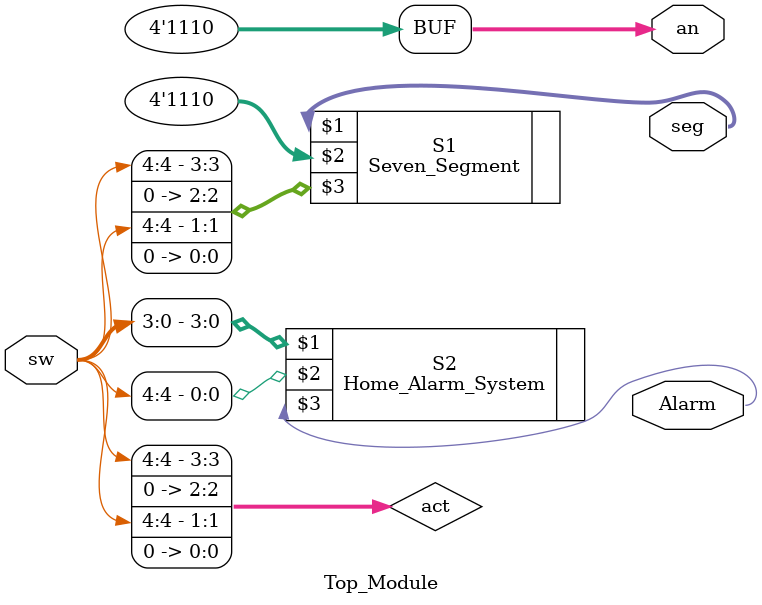
<source format=v>
module Top_Module(
    input [4:0] sw,
    output Alarm,
    output [3:0] an,
    output [6:0] seg   // ? Change 'input' to 'output'
    );
    
    assign an = 4'b1110;
    
    wire [3:0] act;
    assign act = {sw[4], 1'b0, sw[4], 1'b0};
    
    Seven_Segment S1(seg, an, act);
    Home_Alarm_System S2(sw[3:0], sw[4], Alarm);
endmodule

</source>
